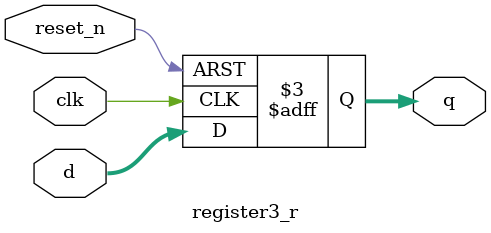
<source format=v>
module register3_r(clk, reset_n, d, q);				//Async Resettable 3bits D Flip-Flop Module
	input clk, reset_n;
	input [2:0] d;												//input define
	output reg [2:0] q;										//output define
	
	always @(posedge clk or negedge reset_n) begin	//when clk is 1
		if (reset_n == 0) q <= 3'b0;
		else q <= d;
	end
	
endmodule

</source>
